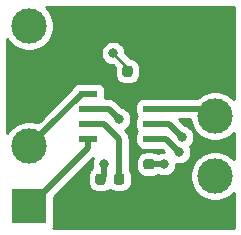
<source format=gbr>
G04 #@! TF.GenerationSoftware,KiCad,Pcbnew,(5.1.6)-1*
G04 #@! TF.CreationDate,2020-09-18T14:42:58-04:00*
G04 #@! TF.ProjectId,4wireadapter,34776972-6561-4646-9170-7465722e6b69,rev?*
G04 #@! TF.SameCoordinates,Original*
G04 #@! TF.FileFunction,Copper,L1,Top*
G04 #@! TF.FilePolarity,Positive*
%FSLAX46Y46*%
G04 Gerber Fmt 4.6, Leading zero omitted, Abs format (unit mm)*
G04 Created by KiCad (PCBNEW (5.1.6)-1) date 2020-09-18 14:42:58*
%MOMM*%
%LPD*%
G01*
G04 APERTURE LIST*
G04 #@! TA.AperFunction,ComponentPad*
%ADD10C,3.000000*%
G04 #@! TD*
G04 #@! TA.AperFunction,ComponentPad*
%ADD11R,3.000000X3.000000*%
G04 #@! TD*
G04 #@! TA.AperFunction,SMDPad,CuDef*
%ADD12R,1.550000X0.600000*%
G04 #@! TD*
G04 #@! TA.AperFunction,ViaPad*
%ADD13C,0.800000*%
G04 #@! TD*
G04 #@! TA.AperFunction,Conductor*
%ADD14C,0.508000*%
G04 #@! TD*
G04 #@! TA.AperFunction,Conductor*
%ADD15C,0.250000*%
G04 #@! TD*
G04 #@! TA.AperFunction,Conductor*
%ADD16C,0.254000*%
G04 #@! TD*
G04 APERTURE END LIST*
G04 #@! TA.AperFunction,SMDPad,CuDef*
G36*
G01*
X167772500Y-86103750D02*
X167772500Y-86616250D01*
G75*
G02*
X167553750Y-86835000I-218750J0D01*
G01*
X167116250Y-86835000D01*
G75*
G02*
X166897500Y-86616250I0J218750D01*
G01*
X166897500Y-86103750D01*
G75*
G02*
X167116250Y-85885000I218750J0D01*
G01*
X167553750Y-85885000D01*
G75*
G02*
X167772500Y-86103750I0J-218750D01*
G01*
G37*
G04 #@! TD.AperFunction*
G04 #@! TA.AperFunction,SMDPad,CuDef*
G36*
G01*
X169347500Y-86103750D02*
X169347500Y-86616250D01*
G75*
G02*
X169128750Y-86835000I-218750J0D01*
G01*
X168691250Y-86835000D01*
G75*
G02*
X168472500Y-86616250I0J218750D01*
G01*
X168472500Y-86103750D01*
G75*
G02*
X168691250Y-85885000I218750J0D01*
G01*
X169128750Y-85885000D01*
G75*
G02*
X169347500Y-86103750I0J-218750D01*
G01*
G37*
G04 #@! TD.AperFunction*
G04 #@! TA.AperFunction,SMDPad,CuDef*
G36*
G01*
X171706250Y-85527500D02*
X171193750Y-85527500D01*
G75*
G02*
X170975000Y-85308750I0J218750D01*
G01*
X170975000Y-84871250D01*
G75*
G02*
X171193750Y-84652500I218750J0D01*
G01*
X171706250Y-84652500D01*
G75*
G02*
X171925000Y-84871250I0J-218750D01*
G01*
X171925000Y-85308750D01*
G75*
G02*
X171706250Y-85527500I-218750J0D01*
G01*
G37*
G04 #@! TD.AperFunction*
G04 #@! TA.AperFunction,SMDPad,CuDef*
G36*
G01*
X171706250Y-87102500D02*
X171193750Y-87102500D01*
G75*
G02*
X170975000Y-86883750I0J218750D01*
G01*
X170975000Y-86446250D01*
G75*
G02*
X171193750Y-86227500I218750J0D01*
G01*
X171706250Y-86227500D01*
G75*
G02*
X171925000Y-86446250I0J-218750D01*
G01*
X171925000Y-86883750D01*
G75*
G02*
X171706250Y-87102500I-218750J0D01*
G01*
G37*
G04 #@! TD.AperFunction*
G04 #@! TA.AperFunction,SMDPad,CuDef*
G36*
G01*
X170058500Y-76959750D02*
X170058500Y-77472250D01*
G75*
G02*
X169839750Y-77691000I-218750J0D01*
G01*
X169402250Y-77691000D01*
G75*
G02*
X169183500Y-77472250I0J218750D01*
G01*
X169183500Y-76959750D01*
G75*
G02*
X169402250Y-76741000I218750J0D01*
G01*
X169839750Y-76741000D01*
G75*
G02*
X170058500Y-76959750I0J-218750D01*
G01*
G37*
G04 #@! TD.AperFunction*
G04 #@! TA.AperFunction,SMDPad,CuDef*
G36*
G01*
X171633500Y-76959750D02*
X171633500Y-77472250D01*
G75*
G02*
X171414750Y-77691000I-218750J0D01*
G01*
X170977250Y-77691000D01*
G75*
G02*
X170758500Y-77472250I0J218750D01*
G01*
X170758500Y-76959750D01*
G75*
G02*
X170977250Y-76741000I218750J0D01*
G01*
X171414750Y-76741000D01*
G75*
G02*
X171633500Y-76959750I0J-218750D01*
G01*
G37*
G04 #@! TD.AperFunction*
D10*
X177038000Y-86106000D03*
X177038000Y-81026000D03*
D11*
X177038000Y-75946000D03*
D10*
X161290000Y-73406000D03*
D11*
X161290000Y-88646000D03*
D10*
X161290000Y-78486000D03*
X161290000Y-83566000D03*
D12*
X166315001Y-79121000D03*
X166315001Y-80391000D03*
X166315001Y-81661000D03*
X166315001Y-82931000D03*
X171715001Y-82931000D03*
X171715001Y-81661000D03*
X171715001Y-80391000D03*
X171715001Y-79121000D03*
D13*
X174244000Y-82804000D03*
X173990000Y-84074000D03*
X168402000Y-75692000D03*
X172720000Y-85090000D03*
X168910000Y-81280000D03*
X167640000Y-85090000D03*
D14*
X176403000Y-80391000D02*
X177038000Y-81026000D01*
X171715001Y-80391000D02*
X176403000Y-80391000D01*
X171715001Y-81661000D02*
X173101000Y-81661000D01*
X173101000Y-81661000D02*
X174244000Y-82804000D01*
X171715001Y-82931000D02*
X172847000Y-82931000D01*
X172847000Y-82931000D02*
X173990000Y-84074000D01*
D15*
X169621000Y-77216000D02*
X169621000Y-76911000D01*
X169621000Y-76911000D02*
X168402000Y-75692000D01*
D14*
X171450000Y-85090000D02*
X172720000Y-85090000D01*
D15*
X161580002Y-84836000D02*
X161290000Y-84836000D01*
D14*
X162789999Y-82066001D02*
X161290000Y-83566000D01*
X165735000Y-79121000D02*
X162789999Y-82066001D01*
X166315001Y-79121000D02*
X165735000Y-79121000D01*
X161408001Y-88646000D02*
X161290000Y-88646000D01*
X166315001Y-83739000D02*
X161408001Y-88646000D01*
X166315001Y-82931000D02*
X166315001Y-83739000D01*
X166315001Y-80391000D02*
X168021000Y-80391000D01*
X168021000Y-80391000D02*
X168910000Y-81280000D01*
X167640000Y-86055000D02*
X167335000Y-86360000D01*
X167640000Y-85090000D02*
X167640000Y-86055000D01*
X168910000Y-82972999D02*
X168910000Y-86360000D01*
X167598001Y-81661000D02*
X168910000Y-82972999D01*
X166315001Y-81661000D02*
X167598001Y-81661000D01*
D16*
G36*
X178629000Y-79597654D02*
G01*
X178398983Y-79367637D01*
X178049302Y-79133988D01*
X177660756Y-78973047D01*
X177248279Y-78891000D01*
X176827721Y-78891000D01*
X176415244Y-78973047D01*
X176026698Y-79133988D01*
X175677017Y-79367637D01*
X175542654Y-79502000D01*
X172735120Y-79502000D01*
X172734181Y-79501498D01*
X172614483Y-79465188D01*
X172490001Y-79452928D01*
X170940001Y-79452928D01*
X170815519Y-79465188D01*
X170695821Y-79501498D01*
X170585507Y-79560463D01*
X170488816Y-79639815D01*
X170409464Y-79736506D01*
X170350499Y-79846820D01*
X170314189Y-79966518D01*
X170301929Y-80091000D01*
X170301929Y-80691000D01*
X170314189Y-80815482D01*
X170350499Y-80935180D01*
X170399044Y-81026000D01*
X170350499Y-81116820D01*
X170314189Y-81236518D01*
X170301929Y-81361000D01*
X170301929Y-81961000D01*
X170314189Y-82085482D01*
X170350499Y-82205180D01*
X170399044Y-82296000D01*
X170350499Y-82386820D01*
X170314189Y-82506518D01*
X170301929Y-82631000D01*
X170301929Y-83231000D01*
X170314189Y-83355482D01*
X170350499Y-83475180D01*
X170409464Y-83585494D01*
X170488816Y-83682185D01*
X170585507Y-83761537D01*
X170695821Y-83820502D01*
X170815519Y-83856812D01*
X170940001Y-83869072D01*
X172490001Y-83869072D01*
X172524444Y-83865680D01*
X172713765Y-84055000D01*
X172618061Y-84055000D01*
X172418102Y-84094774D01*
X172229744Y-84172795D01*
X172212959Y-84184010D01*
X172182275Y-84158829D01*
X172034142Y-84079650D01*
X171873408Y-84030892D01*
X171706250Y-84014428D01*
X171193750Y-84014428D01*
X171026592Y-84030892D01*
X170865858Y-84079650D01*
X170717725Y-84158829D01*
X170587885Y-84265385D01*
X170481329Y-84395225D01*
X170402150Y-84543358D01*
X170353392Y-84704092D01*
X170336928Y-84871250D01*
X170336928Y-85308750D01*
X170353392Y-85475908D01*
X170402150Y-85636642D01*
X170481329Y-85784775D01*
X170587885Y-85914615D01*
X170717725Y-86021171D01*
X170865858Y-86100350D01*
X171026592Y-86149108D01*
X171193750Y-86165572D01*
X171706250Y-86165572D01*
X171873408Y-86149108D01*
X172034142Y-86100350D01*
X172182275Y-86021171D01*
X172212959Y-85995990D01*
X172229744Y-86007205D01*
X172418102Y-86085226D01*
X172618061Y-86125000D01*
X172821939Y-86125000D01*
X173021898Y-86085226D01*
X173210256Y-86007205D01*
X173379774Y-85893937D01*
X173523937Y-85749774D01*
X173637205Y-85580256D01*
X173715226Y-85391898D01*
X173755000Y-85191939D01*
X173755000Y-85082533D01*
X173888061Y-85109000D01*
X174091939Y-85109000D01*
X174291898Y-85069226D01*
X174480256Y-84991205D01*
X174649774Y-84877937D01*
X174793937Y-84733774D01*
X174907205Y-84564256D01*
X174985226Y-84375898D01*
X175025000Y-84175939D01*
X175025000Y-83972061D01*
X174985226Y-83772102D01*
X174913286Y-83598425D01*
X175047937Y-83463774D01*
X175161205Y-83294256D01*
X175239226Y-83105898D01*
X175279000Y-82905939D01*
X175279000Y-82702061D01*
X175239226Y-82502102D01*
X175161205Y-82313744D01*
X175047937Y-82144226D01*
X174903774Y-82000063D01*
X174734256Y-81886795D01*
X174545898Y-81808774D01*
X174496105Y-81798870D01*
X173977235Y-81280000D01*
X174911697Y-81280000D01*
X174985047Y-81648756D01*
X175145988Y-82037302D01*
X175379637Y-82386983D01*
X175677017Y-82684363D01*
X176026698Y-82918012D01*
X176415244Y-83078953D01*
X176827721Y-83161000D01*
X177248279Y-83161000D01*
X177660756Y-83078953D01*
X178049302Y-82918012D01*
X178398983Y-82684363D01*
X178629001Y-82454345D01*
X178629001Y-84677655D01*
X178398983Y-84447637D01*
X178049302Y-84213988D01*
X177660756Y-84053047D01*
X177248279Y-83971000D01*
X176827721Y-83971000D01*
X176415244Y-84053047D01*
X176026698Y-84213988D01*
X175677017Y-84447637D01*
X175379637Y-84745017D01*
X175145988Y-85094698D01*
X174985047Y-85483244D01*
X174903000Y-85895721D01*
X174903000Y-86316279D01*
X174985047Y-86728756D01*
X175145988Y-87117302D01*
X175379637Y-87466983D01*
X175677017Y-87764363D01*
X176026698Y-87998012D01*
X176415244Y-88158953D01*
X176827721Y-88241000D01*
X177248279Y-88241000D01*
X177660756Y-88158953D01*
X178049302Y-87998012D01*
X178398983Y-87764363D01*
X178629001Y-87534345D01*
X178629001Y-90491000D01*
X163325612Y-90491000D01*
X163379502Y-90390180D01*
X163415812Y-90270482D01*
X163428072Y-90146000D01*
X163428072Y-87883164D01*
X166745553Y-84565684D01*
X166722795Y-84599744D01*
X166644774Y-84788102D01*
X166605000Y-84988061D01*
X166605000Y-85191939D01*
X166644235Y-85389186D01*
X166640225Y-85391329D01*
X166510385Y-85497885D01*
X166403829Y-85627725D01*
X166324650Y-85775858D01*
X166275892Y-85936592D01*
X166259428Y-86103750D01*
X166259428Y-86616250D01*
X166275892Y-86783408D01*
X166324650Y-86944142D01*
X166403829Y-87092275D01*
X166510385Y-87222115D01*
X166640225Y-87328671D01*
X166788358Y-87407850D01*
X166949092Y-87456608D01*
X167116250Y-87473072D01*
X167553750Y-87473072D01*
X167720908Y-87456608D01*
X167881642Y-87407850D01*
X168029775Y-87328671D01*
X168122500Y-87252574D01*
X168215225Y-87328671D01*
X168363358Y-87407850D01*
X168524092Y-87456608D01*
X168691250Y-87473072D01*
X169128750Y-87473072D01*
X169295908Y-87456608D01*
X169456642Y-87407850D01*
X169604775Y-87328671D01*
X169734615Y-87222115D01*
X169841171Y-87092275D01*
X169920350Y-86944142D01*
X169969108Y-86783408D01*
X169985572Y-86616250D01*
X169985572Y-86103750D01*
X169969108Y-85936592D01*
X169920350Y-85775858D01*
X169841171Y-85627725D01*
X169799000Y-85576339D01*
X169799000Y-83016659D01*
X169803300Y-82972999D01*
X169799000Y-82929339D01*
X169799000Y-82929332D01*
X169787124Y-82808753D01*
X169786136Y-82798724D01*
X169735302Y-82631146D01*
X169718158Y-82599072D01*
X169652753Y-82476708D01*
X169541659Y-82341340D01*
X169507743Y-82313506D01*
X169394023Y-82199787D01*
X169400256Y-82197205D01*
X169569774Y-82083937D01*
X169713937Y-81939774D01*
X169827205Y-81770256D01*
X169905226Y-81581898D01*
X169945000Y-81381939D01*
X169945000Y-81178061D01*
X169905226Y-80978102D01*
X169827205Y-80789744D01*
X169713937Y-80620226D01*
X169569774Y-80476063D01*
X169400256Y-80362795D01*
X169211898Y-80284774D01*
X169162105Y-80274870D01*
X168680499Y-79793263D01*
X168652659Y-79759341D01*
X168517291Y-79648247D01*
X168362851Y-79565697D01*
X168195274Y-79514864D01*
X168064667Y-79502000D01*
X168064660Y-79502000D01*
X168021000Y-79497700D01*
X167977340Y-79502000D01*
X167720095Y-79502000D01*
X167728073Y-79421000D01*
X167728073Y-78821000D01*
X167715813Y-78696518D01*
X167679503Y-78576820D01*
X167620538Y-78466506D01*
X167541186Y-78369815D01*
X167444495Y-78290463D01*
X167334181Y-78231498D01*
X167214483Y-78195188D01*
X167090001Y-78182928D01*
X165540001Y-78182928D01*
X165415519Y-78195188D01*
X165295821Y-78231498D01*
X165185507Y-78290463D01*
X165088816Y-78369815D01*
X165009464Y-78466506D01*
X164950499Y-78576820D01*
X164919389Y-78679376D01*
X162192264Y-81406501D01*
X162192258Y-81406506D01*
X162035058Y-81563706D01*
X161912756Y-81513047D01*
X161500279Y-81431000D01*
X161079721Y-81431000D01*
X160667244Y-81513047D01*
X160278698Y-81673988D01*
X159929017Y-81907637D01*
X159631637Y-82205017D01*
X159445000Y-82484339D01*
X159445000Y-75590061D01*
X167367000Y-75590061D01*
X167367000Y-75793939D01*
X167406774Y-75993898D01*
X167484795Y-76182256D01*
X167598063Y-76351774D01*
X167742226Y-76495937D01*
X167911744Y-76609205D01*
X168100102Y-76687226D01*
X168300061Y-76727000D01*
X168362199Y-76727000D01*
X168549868Y-76914670D01*
X168545428Y-76959750D01*
X168545428Y-77472250D01*
X168561892Y-77639408D01*
X168610650Y-77800142D01*
X168689829Y-77948275D01*
X168796385Y-78078115D01*
X168926225Y-78184671D01*
X169074358Y-78263850D01*
X169235092Y-78312608D01*
X169402250Y-78329072D01*
X169839750Y-78329072D01*
X170006908Y-78312608D01*
X170167642Y-78263850D01*
X170315775Y-78184671D01*
X170445615Y-78078115D01*
X170552171Y-77948275D01*
X170631350Y-77800142D01*
X170680108Y-77639408D01*
X170696572Y-77472250D01*
X170696572Y-76959750D01*
X170680108Y-76792592D01*
X170631350Y-76631858D01*
X170552171Y-76483725D01*
X170445615Y-76353885D01*
X170315775Y-76247329D01*
X170167642Y-76168150D01*
X170006908Y-76119392D01*
X169892972Y-76108170D01*
X169437000Y-75652199D01*
X169437000Y-75590061D01*
X169397226Y-75390102D01*
X169319205Y-75201744D01*
X169205937Y-75032226D01*
X169061774Y-74888063D01*
X168892256Y-74774795D01*
X168703898Y-74696774D01*
X168503939Y-74657000D01*
X168300061Y-74657000D01*
X168100102Y-74696774D01*
X167911744Y-74774795D01*
X167742226Y-74888063D01*
X167598063Y-75032226D01*
X167484795Y-75201744D01*
X167406774Y-75390102D01*
X167367000Y-75590061D01*
X159445000Y-75590061D01*
X159445000Y-74487661D01*
X159631637Y-74766983D01*
X159929017Y-75064363D01*
X160278698Y-75298012D01*
X160667244Y-75458953D01*
X161079721Y-75541000D01*
X161500279Y-75541000D01*
X161912756Y-75458953D01*
X162301302Y-75298012D01*
X162650983Y-75064363D01*
X162948363Y-74766983D01*
X163182012Y-74417302D01*
X163342953Y-74028756D01*
X163425000Y-73616279D01*
X163425000Y-73195721D01*
X163342953Y-72783244D01*
X163182012Y-72394698D01*
X162948363Y-72045017D01*
X162718346Y-71815000D01*
X178629000Y-71815000D01*
X178629000Y-79597654D01*
G37*
X178629000Y-79597654D02*
X178398983Y-79367637D01*
X178049302Y-79133988D01*
X177660756Y-78973047D01*
X177248279Y-78891000D01*
X176827721Y-78891000D01*
X176415244Y-78973047D01*
X176026698Y-79133988D01*
X175677017Y-79367637D01*
X175542654Y-79502000D01*
X172735120Y-79502000D01*
X172734181Y-79501498D01*
X172614483Y-79465188D01*
X172490001Y-79452928D01*
X170940001Y-79452928D01*
X170815519Y-79465188D01*
X170695821Y-79501498D01*
X170585507Y-79560463D01*
X170488816Y-79639815D01*
X170409464Y-79736506D01*
X170350499Y-79846820D01*
X170314189Y-79966518D01*
X170301929Y-80091000D01*
X170301929Y-80691000D01*
X170314189Y-80815482D01*
X170350499Y-80935180D01*
X170399044Y-81026000D01*
X170350499Y-81116820D01*
X170314189Y-81236518D01*
X170301929Y-81361000D01*
X170301929Y-81961000D01*
X170314189Y-82085482D01*
X170350499Y-82205180D01*
X170399044Y-82296000D01*
X170350499Y-82386820D01*
X170314189Y-82506518D01*
X170301929Y-82631000D01*
X170301929Y-83231000D01*
X170314189Y-83355482D01*
X170350499Y-83475180D01*
X170409464Y-83585494D01*
X170488816Y-83682185D01*
X170585507Y-83761537D01*
X170695821Y-83820502D01*
X170815519Y-83856812D01*
X170940001Y-83869072D01*
X172490001Y-83869072D01*
X172524444Y-83865680D01*
X172713765Y-84055000D01*
X172618061Y-84055000D01*
X172418102Y-84094774D01*
X172229744Y-84172795D01*
X172212959Y-84184010D01*
X172182275Y-84158829D01*
X172034142Y-84079650D01*
X171873408Y-84030892D01*
X171706250Y-84014428D01*
X171193750Y-84014428D01*
X171026592Y-84030892D01*
X170865858Y-84079650D01*
X170717725Y-84158829D01*
X170587885Y-84265385D01*
X170481329Y-84395225D01*
X170402150Y-84543358D01*
X170353392Y-84704092D01*
X170336928Y-84871250D01*
X170336928Y-85308750D01*
X170353392Y-85475908D01*
X170402150Y-85636642D01*
X170481329Y-85784775D01*
X170587885Y-85914615D01*
X170717725Y-86021171D01*
X170865858Y-86100350D01*
X171026592Y-86149108D01*
X171193750Y-86165572D01*
X171706250Y-86165572D01*
X171873408Y-86149108D01*
X172034142Y-86100350D01*
X172182275Y-86021171D01*
X172212959Y-85995990D01*
X172229744Y-86007205D01*
X172418102Y-86085226D01*
X172618061Y-86125000D01*
X172821939Y-86125000D01*
X173021898Y-86085226D01*
X173210256Y-86007205D01*
X173379774Y-85893937D01*
X173523937Y-85749774D01*
X173637205Y-85580256D01*
X173715226Y-85391898D01*
X173755000Y-85191939D01*
X173755000Y-85082533D01*
X173888061Y-85109000D01*
X174091939Y-85109000D01*
X174291898Y-85069226D01*
X174480256Y-84991205D01*
X174649774Y-84877937D01*
X174793937Y-84733774D01*
X174907205Y-84564256D01*
X174985226Y-84375898D01*
X175025000Y-84175939D01*
X175025000Y-83972061D01*
X174985226Y-83772102D01*
X174913286Y-83598425D01*
X175047937Y-83463774D01*
X175161205Y-83294256D01*
X175239226Y-83105898D01*
X175279000Y-82905939D01*
X175279000Y-82702061D01*
X175239226Y-82502102D01*
X175161205Y-82313744D01*
X175047937Y-82144226D01*
X174903774Y-82000063D01*
X174734256Y-81886795D01*
X174545898Y-81808774D01*
X174496105Y-81798870D01*
X173977235Y-81280000D01*
X174911697Y-81280000D01*
X174985047Y-81648756D01*
X175145988Y-82037302D01*
X175379637Y-82386983D01*
X175677017Y-82684363D01*
X176026698Y-82918012D01*
X176415244Y-83078953D01*
X176827721Y-83161000D01*
X177248279Y-83161000D01*
X177660756Y-83078953D01*
X178049302Y-82918012D01*
X178398983Y-82684363D01*
X178629001Y-82454345D01*
X178629001Y-84677655D01*
X178398983Y-84447637D01*
X178049302Y-84213988D01*
X177660756Y-84053047D01*
X177248279Y-83971000D01*
X176827721Y-83971000D01*
X176415244Y-84053047D01*
X176026698Y-84213988D01*
X175677017Y-84447637D01*
X175379637Y-84745017D01*
X175145988Y-85094698D01*
X174985047Y-85483244D01*
X174903000Y-85895721D01*
X174903000Y-86316279D01*
X174985047Y-86728756D01*
X175145988Y-87117302D01*
X175379637Y-87466983D01*
X175677017Y-87764363D01*
X176026698Y-87998012D01*
X176415244Y-88158953D01*
X176827721Y-88241000D01*
X177248279Y-88241000D01*
X177660756Y-88158953D01*
X178049302Y-87998012D01*
X178398983Y-87764363D01*
X178629001Y-87534345D01*
X178629001Y-90491000D01*
X163325612Y-90491000D01*
X163379502Y-90390180D01*
X163415812Y-90270482D01*
X163428072Y-90146000D01*
X163428072Y-87883164D01*
X166745553Y-84565684D01*
X166722795Y-84599744D01*
X166644774Y-84788102D01*
X166605000Y-84988061D01*
X166605000Y-85191939D01*
X166644235Y-85389186D01*
X166640225Y-85391329D01*
X166510385Y-85497885D01*
X166403829Y-85627725D01*
X166324650Y-85775858D01*
X166275892Y-85936592D01*
X166259428Y-86103750D01*
X166259428Y-86616250D01*
X166275892Y-86783408D01*
X166324650Y-86944142D01*
X166403829Y-87092275D01*
X166510385Y-87222115D01*
X166640225Y-87328671D01*
X166788358Y-87407850D01*
X166949092Y-87456608D01*
X167116250Y-87473072D01*
X167553750Y-87473072D01*
X167720908Y-87456608D01*
X167881642Y-87407850D01*
X168029775Y-87328671D01*
X168122500Y-87252574D01*
X168215225Y-87328671D01*
X168363358Y-87407850D01*
X168524092Y-87456608D01*
X168691250Y-87473072D01*
X169128750Y-87473072D01*
X169295908Y-87456608D01*
X169456642Y-87407850D01*
X169604775Y-87328671D01*
X169734615Y-87222115D01*
X169841171Y-87092275D01*
X169920350Y-86944142D01*
X169969108Y-86783408D01*
X169985572Y-86616250D01*
X169985572Y-86103750D01*
X169969108Y-85936592D01*
X169920350Y-85775858D01*
X169841171Y-85627725D01*
X169799000Y-85576339D01*
X169799000Y-83016659D01*
X169803300Y-82972999D01*
X169799000Y-82929339D01*
X169799000Y-82929332D01*
X169787124Y-82808753D01*
X169786136Y-82798724D01*
X169735302Y-82631146D01*
X169718158Y-82599072D01*
X169652753Y-82476708D01*
X169541659Y-82341340D01*
X169507743Y-82313506D01*
X169394023Y-82199787D01*
X169400256Y-82197205D01*
X169569774Y-82083937D01*
X169713937Y-81939774D01*
X169827205Y-81770256D01*
X169905226Y-81581898D01*
X169945000Y-81381939D01*
X169945000Y-81178061D01*
X169905226Y-80978102D01*
X169827205Y-80789744D01*
X169713937Y-80620226D01*
X169569774Y-80476063D01*
X169400256Y-80362795D01*
X169211898Y-80284774D01*
X169162105Y-80274870D01*
X168680499Y-79793263D01*
X168652659Y-79759341D01*
X168517291Y-79648247D01*
X168362851Y-79565697D01*
X168195274Y-79514864D01*
X168064667Y-79502000D01*
X168064660Y-79502000D01*
X168021000Y-79497700D01*
X167977340Y-79502000D01*
X167720095Y-79502000D01*
X167728073Y-79421000D01*
X167728073Y-78821000D01*
X167715813Y-78696518D01*
X167679503Y-78576820D01*
X167620538Y-78466506D01*
X167541186Y-78369815D01*
X167444495Y-78290463D01*
X167334181Y-78231498D01*
X167214483Y-78195188D01*
X167090001Y-78182928D01*
X165540001Y-78182928D01*
X165415519Y-78195188D01*
X165295821Y-78231498D01*
X165185507Y-78290463D01*
X165088816Y-78369815D01*
X165009464Y-78466506D01*
X164950499Y-78576820D01*
X164919389Y-78679376D01*
X162192264Y-81406501D01*
X162192258Y-81406506D01*
X162035058Y-81563706D01*
X161912756Y-81513047D01*
X161500279Y-81431000D01*
X161079721Y-81431000D01*
X160667244Y-81513047D01*
X160278698Y-81673988D01*
X159929017Y-81907637D01*
X159631637Y-82205017D01*
X159445000Y-82484339D01*
X159445000Y-75590061D01*
X167367000Y-75590061D01*
X167367000Y-75793939D01*
X167406774Y-75993898D01*
X167484795Y-76182256D01*
X167598063Y-76351774D01*
X167742226Y-76495937D01*
X167911744Y-76609205D01*
X168100102Y-76687226D01*
X168300061Y-76727000D01*
X168362199Y-76727000D01*
X168549868Y-76914670D01*
X168545428Y-76959750D01*
X168545428Y-77472250D01*
X168561892Y-77639408D01*
X168610650Y-77800142D01*
X168689829Y-77948275D01*
X168796385Y-78078115D01*
X168926225Y-78184671D01*
X169074358Y-78263850D01*
X169235092Y-78312608D01*
X169402250Y-78329072D01*
X169839750Y-78329072D01*
X170006908Y-78312608D01*
X170167642Y-78263850D01*
X170315775Y-78184671D01*
X170445615Y-78078115D01*
X170552171Y-77948275D01*
X170631350Y-77800142D01*
X170680108Y-77639408D01*
X170696572Y-77472250D01*
X170696572Y-76959750D01*
X170680108Y-76792592D01*
X170631350Y-76631858D01*
X170552171Y-76483725D01*
X170445615Y-76353885D01*
X170315775Y-76247329D01*
X170167642Y-76168150D01*
X170006908Y-76119392D01*
X169892972Y-76108170D01*
X169437000Y-75652199D01*
X169437000Y-75590061D01*
X169397226Y-75390102D01*
X169319205Y-75201744D01*
X169205937Y-75032226D01*
X169061774Y-74888063D01*
X168892256Y-74774795D01*
X168703898Y-74696774D01*
X168503939Y-74657000D01*
X168300061Y-74657000D01*
X168100102Y-74696774D01*
X167911744Y-74774795D01*
X167742226Y-74888063D01*
X167598063Y-75032226D01*
X167484795Y-75201744D01*
X167406774Y-75390102D01*
X167367000Y-75590061D01*
X159445000Y-75590061D01*
X159445000Y-74487661D01*
X159631637Y-74766983D01*
X159929017Y-75064363D01*
X160278698Y-75298012D01*
X160667244Y-75458953D01*
X161079721Y-75541000D01*
X161500279Y-75541000D01*
X161912756Y-75458953D01*
X162301302Y-75298012D01*
X162650983Y-75064363D01*
X162948363Y-74766983D01*
X163182012Y-74417302D01*
X163342953Y-74028756D01*
X163425000Y-73616279D01*
X163425000Y-73195721D01*
X163342953Y-72783244D01*
X163182012Y-72394698D01*
X162948363Y-72045017D01*
X162718346Y-71815000D01*
X178629000Y-71815000D01*
X178629000Y-79597654D01*
M02*

</source>
